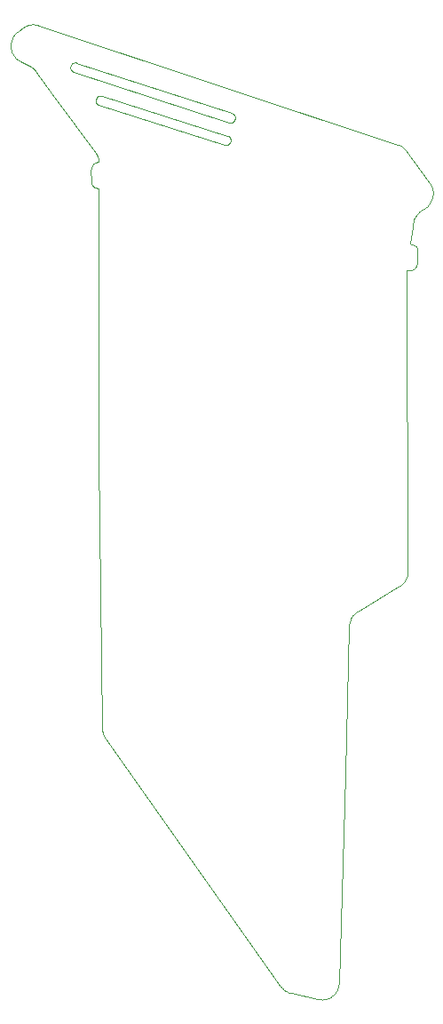
<source format=gm1>
G04 #@! TF.GenerationSoftware,KiCad,Pcbnew,7.0.2*
G04 #@! TF.CreationDate,2023-07-07T17:49:51-07:00*
G04 #@! TF.ProjectId,dc31-badge-sao,64633331-2d62-4616-9467-652d73616f2e,rev?*
G04 #@! TF.SameCoordinates,Original*
G04 #@! TF.FileFunction,Profile,NP*
%FSLAX46Y46*%
G04 Gerber Fmt 4.6, Leading zero omitted, Abs format (unit mm)*
G04 Created by KiCad (PCBNEW 7.0.2) date 2023-07-07 17:49:51*
%MOMM*%
%LPD*%
G01*
G04 APERTURE LIST*
G04 #@! TA.AperFunction,Profile*
%ADD10C,0.010000*%
G04 #@! TD*
G04 APERTURE END LIST*
D10*
X95010777Y-53053510D02*
X95107216Y-53061969D01*
X95203693Y-53076300D01*
X95300109Y-53096408D01*
X95396369Y-53122200D01*
X95492377Y-53153576D01*
X129750130Y-64492773D01*
X129807462Y-64514306D01*
X129863821Y-64538007D01*
X129919155Y-64563826D01*
X129973414Y-64591711D01*
X130026547Y-64621609D01*
X130078502Y-64653469D01*
X130129228Y-64687239D01*
X130178674Y-64722866D01*
X130226788Y-64760301D01*
X130273520Y-64799487D01*
X130318818Y-64840377D01*
X130362631Y-64882918D01*
X130404907Y-64927055D01*
X130445597Y-64972739D01*
X130484648Y-65019919D01*
X130522008Y-65068540D01*
X132776118Y-68150279D01*
X132833808Y-68234230D01*
X132885402Y-68320567D01*
X132930980Y-68409031D01*
X132970623Y-68499362D01*
X133004408Y-68591303D01*
X133032416Y-68684592D01*
X133054725Y-68778972D01*
X133071416Y-68874184D01*
X133082566Y-68969968D01*
X133088256Y-69066065D01*
X133088565Y-69162217D01*
X133083571Y-69258164D01*
X133073354Y-69353648D01*
X133057993Y-69448410D01*
X133037569Y-69542188D01*
X133012159Y-69634727D01*
X132981843Y-69725766D01*
X132946700Y-69815045D01*
X132906810Y-69902308D01*
X132862252Y-69987292D01*
X132813105Y-70069742D01*
X132759447Y-70149396D01*
X132701360Y-70225997D01*
X132638921Y-70299283D01*
X132572210Y-70368998D01*
X132501307Y-70434883D01*
X132426291Y-70496677D01*
X132347240Y-70554122D01*
X132264233Y-70606959D01*
X132177352Y-70654927D01*
X132086673Y-70697771D01*
X131992278Y-70735229D01*
X131958422Y-70761033D01*
X131868582Y-70837702D01*
X131808166Y-70894764D01*
X131740349Y-70964123D01*
X131667333Y-71045641D01*
X131591316Y-71139177D01*
X131514495Y-71244594D01*
X131439071Y-71361751D01*
X131367243Y-71490509D01*
X131301208Y-71630728D01*
X131243166Y-71782269D01*
X131217830Y-71862243D01*
X131195317Y-71944994D01*
X131175902Y-72030506D01*
X131159858Y-72118762D01*
X131147463Y-72209743D01*
X131138990Y-72303433D01*
X130885785Y-73913515D01*
X130944593Y-73942902D01*
X131006219Y-73968697D01*
X131133958Y-74015034D01*
X131198091Y-74038340D01*
X131261075Y-74063578D01*
X131321919Y-74092131D01*
X131351230Y-74108082D01*
X131379634Y-74125379D01*
X131407007Y-74144196D01*
X131433226Y-74164704D01*
X131458167Y-74187077D01*
X131481705Y-74211487D01*
X131503718Y-74238107D01*
X131524080Y-74267109D01*
X131542668Y-74298667D01*
X131559359Y-74332952D01*
X131574027Y-74370137D01*
X131586550Y-74410396D01*
X131596804Y-74453900D01*
X131604663Y-74500823D01*
X131610005Y-74551337D01*
X131612705Y-74605615D01*
X131612640Y-74663829D01*
X131609686Y-74726152D01*
X131592976Y-75679702D01*
X131591298Y-75724958D01*
X131586419Y-75771762D01*
X131578499Y-75819689D01*
X131567695Y-75868313D01*
X131554168Y-75917208D01*
X131538076Y-75965948D01*
X131519580Y-76014108D01*
X131498839Y-76061262D01*
X131476012Y-76106982D01*
X131451259Y-76150846D01*
X131424739Y-76192426D01*
X131396612Y-76231296D01*
X131367037Y-76267031D01*
X131336174Y-76299206D01*
X131304181Y-76327393D01*
X131287811Y-76339859D01*
X131271219Y-76351168D01*
X131247627Y-76365993D01*
X131223915Y-76379782D01*
X131200115Y-76392569D01*
X131176259Y-76404386D01*
X131152378Y-76415267D01*
X131128501Y-76425245D01*
X131104660Y-76434352D01*
X131080886Y-76442623D01*
X131057210Y-76450091D01*
X131033664Y-76456788D01*
X131010277Y-76462748D01*
X130987081Y-76468004D01*
X130941386Y-76476536D01*
X130896826Y-76482651D01*
X130853649Y-76486615D01*
X130812103Y-76488691D01*
X130772436Y-76489147D01*
X130734895Y-76488247D01*
X130699728Y-76486256D01*
X130667183Y-76483442D01*
X130637507Y-76480068D01*
X130610949Y-76476402D01*
X130698199Y-105150740D01*
X130695370Y-105258793D01*
X130685494Y-105365539D01*
X130668742Y-105470690D01*
X130645289Y-105573957D01*
X130615305Y-105675057D01*
X130578962Y-105773697D01*
X130536432Y-105869591D01*
X130487888Y-105962454D01*
X130433501Y-106051995D01*
X130373443Y-106137930D01*
X130307887Y-106219968D01*
X130237003Y-106297824D01*
X130160964Y-106371210D01*
X130079943Y-106439836D01*
X129994110Y-106503418D01*
X129903638Y-106561667D01*
X125911002Y-108951358D01*
X125823058Y-109007482D01*
X125739488Y-109068634D01*
X125660448Y-109134554D01*
X125586088Y-109204981D01*
X125516563Y-109279653D01*
X125452025Y-109358311D01*
X125392629Y-109440691D01*
X125338527Y-109526537D01*
X125289873Y-109615584D01*
X125246819Y-109707574D01*
X125209520Y-109802243D01*
X125178128Y-109899332D01*
X125152796Y-109998581D01*
X125133678Y-110099727D01*
X125120927Y-110202511D01*
X125114697Y-110306671D01*
X124700780Y-124489922D01*
X124120746Y-144346888D01*
X124115267Y-144442100D01*
X124104530Y-144535552D01*
X124088698Y-144627117D01*
X124067931Y-144716670D01*
X124042387Y-144804085D01*
X124012229Y-144889237D01*
X123977616Y-144971998D01*
X123938707Y-145052244D01*
X123895664Y-145129849D01*
X123848647Y-145204687D01*
X123797815Y-145276632D01*
X123743330Y-145345559D01*
X123685352Y-145411341D01*
X123624039Y-145473854D01*
X123559553Y-145532970D01*
X123492054Y-145588565D01*
X123421703Y-145640512D01*
X123348658Y-145688687D01*
X123273082Y-145732961D01*
X123195133Y-145773212D01*
X123114972Y-145809312D01*
X123032760Y-145841136D01*
X122948655Y-145868558D01*
X122862820Y-145891452D01*
X122775414Y-145909692D01*
X122686597Y-145923153D01*
X122596529Y-145931708D01*
X122505371Y-145935233D01*
X122413283Y-145933601D01*
X122320425Y-145926686D01*
X122226957Y-145914363D01*
X122133040Y-145896505D01*
X119558671Y-145328099D01*
X119484811Y-145310082D01*
X119412202Y-145288711D01*
X119340931Y-145264053D01*
X119271088Y-145236178D01*
X119202762Y-145205153D01*
X119136043Y-145171049D01*
X119071021Y-145133931D01*
X119007782Y-145093872D01*
X118946418Y-145050937D01*
X118887018Y-145005197D01*
X118829670Y-144956719D01*
X118774465Y-144905572D01*
X118721491Y-144851826D01*
X118670837Y-144795547D01*
X118622593Y-144736806D01*
X118576849Y-144675670D01*
X101857022Y-121050737D01*
X101821708Y-120999832D01*
X101788498Y-120947664D01*
X101757413Y-120894310D01*
X101728468Y-120839846D01*
X101701683Y-120784348D01*
X101677074Y-120727893D01*
X101654661Y-120670557D01*
X101634462Y-120612417D01*
X101616494Y-120553548D01*
X101600775Y-120494029D01*
X101587324Y-120433934D01*
X101576158Y-120373340D01*
X101567297Y-120312324D01*
X101560757Y-120250961D01*
X101556557Y-120189330D01*
X101554715Y-120127505D01*
X101214343Y-94140083D01*
X101233705Y-91468554D01*
X101229356Y-68703911D01*
X101170434Y-68681791D01*
X101109745Y-68662075D01*
X100986186Y-68624957D01*
X100924876Y-68605105D01*
X100864919Y-68582756D01*
X100807095Y-68556687D01*
X100779227Y-68541875D01*
X100752185Y-68525673D01*
X100726066Y-68507929D01*
X100700968Y-68488489D01*
X100676988Y-68467200D01*
X100654225Y-68443910D01*
X100632775Y-68418464D01*
X100612735Y-68390710D01*
X100594204Y-68360495D01*
X100577279Y-68327666D01*
X100562058Y-68292069D01*
X100548638Y-68253552D01*
X100537116Y-68211962D01*
X100527589Y-68167143D01*
X100520157Y-68118946D01*
X100514915Y-68067216D01*
X100511962Y-68011799D01*
X100511395Y-67952544D01*
X100475329Y-66998651D01*
X100474559Y-66953414D01*
X100476868Y-66906435D01*
X100482122Y-66858152D01*
X100490187Y-66808994D01*
X100500926Y-66759395D01*
X100514206Y-66709789D01*
X100529891Y-66660610D01*
X100547849Y-66612288D01*
X100567942Y-66565261D01*
X100590036Y-66519957D01*
X100613997Y-66476812D01*
X100639690Y-66436259D01*
X100666980Y-66398731D01*
X100695732Y-66364661D01*
X100725811Y-66334482D01*
X100741307Y-66320986D01*
X100757084Y-66308626D01*
X100786923Y-66287601D01*
X100816997Y-66268423D01*
X100847233Y-66251009D01*
X100877565Y-66235274D01*
X100907923Y-66221136D01*
X100938240Y-66208511D01*
X100968447Y-66197312D01*
X100998476Y-66187459D01*
X101028257Y-66178865D01*
X101057721Y-66171448D01*
X101086802Y-66165124D01*
X101115429Y-66159808D01*
X101143536Y-66155416D01*
X101171052Y-66151865D01*
X101197910Y-66149071D01*
X101224041Y-66146951D01*
X101220349Y-66091810D01*
X101215309Y-66036792D01*
X101208767Y-65981963D01*
X101200565Y-65927389D01*
X101190544Y-65873132D01*
X101178552Y-65819259D01*
X101171766Y-65792486D01*
X101164427Y-65765834D01*
X101156517Y-65739310D01*
X101148016Y-65712922D01*
X101135515Y-65674934D01*
X101122373Y-65638196D01*
X101108670Y-65602708D01*
X101094480Y-65568471D01*
X101079883Y-65535485D01*
X101064955Y-65503750D01*
X101049772Y-65473268D01*
X101034415Y-65444037D01*
X101018958Y-65416061D01*
X101003481Y-65389338D01*
X100972769Y-65339654D01*
X100942900Y-65294989D01*
X100914490Y-65255348D01*
X96976637Y-59921823D01*
X95187840Y-57480725D01*
X95158358Y-57441087D01*
X95127739Y-57402523D01*
X95096008Y-57365037D01*
X95063189Y-57328637D01*
X95029309Y-57293333D01*
X94994390Y-57259129D01*
X94958457Y-57226035D01*
X94921537Y-57194056D01*
X94883653Y-57163202D01*
X94844828Y-57133478D01*
X94805090Y-57104893D01*
X94764462Y-57077453D01*
X94722969Y-57051167D01*
X94680634Y-57026042D01*
X94637486Y-57002085D01*
X94593544Y-56979302D01*
X93729223Y-56550732D01*
X93656501Y-56512323D01*
X93586355Y-56470716D01*
X93518849Y-56426034D01*
X93454043Y-56378405D01*
X93391999Y-56327952D01*
X93332780Y-56274802D01*
X93276445Y-56219078D01*
X93223057Y-56160909D01*
X93172676Y-56100417D01*
X93125364Y-56037730D01*
X93081184Y-55972970D01*
X93040195Y-55906264D01*
X93002460Y-55837737D01*
X92968040Y-55767515D01*
X92936996Y-55695723D01*
X92909392Y-55622485D01*
X92885285Y-55547928D01*
X92864739Y-55472177D01*
X92847816Y-55395356D01*
X92834577Y-55317591D01*
X92825083Y-55239008D01*
X92819395Y-55159732D01*
X92817576Y-55079887D01*
X92819685Y-54999599D01*
X92825785Y-54918994D01*
X92835938Y-54838196D01*
X92850205Y-54757332D01*
X92868647Y-54676526D01*
X92891326Y-54595903D01*
X92918301Y-54515590D01*
X92949637Y-54435709D01*
X92985395Y-54356389D01*
X93030876Y-54266579D01*
X93054435Y-54223351D01*
X93078903Y-54181041D01*
X93104554Y-54139496D01*
X93131660Y-54098568D01*
X93160496Y-54058105D01*
X93191334Y-54017955D01*
X93224446Y-53977969D01*
X93260107Y-53937996D01*
X93298590Y-53897884D01*
X93340167Y-53857482D01*
X93385112Y-53816641D01*
X93433697Y-53775209D01*
X93486197Y-53733036D01*
X93542883Y-53689969D01*
X93979875Y-53375361D01*
X94024574Y-53343269D01*
X94069559Y-53312920D01*
X94114819Y-53284301D01*
X94160340Y-53257402D01*
X94206110Y-53232209D01*
X94252120Y-53208711D01*
X94298354Y-53186896D01*
X94344801Y-53166752D01*
X94391452Y-53148267D01*
X94438291Y-53131430D01*
X94485308Y-53116227D01*
X94532491Y-53102647D01*
X94579827Y-53090679D01*
X94627305Y-53080310D01*
X94674912Y-53071530D01*
X94722637Y-53064324D01*
X94770467Y-53058682D01*
X94818390Y-53054592D01*
X94866395Y-53052041D01*
X94914469Y-53051019D01*
X95010777Y-53053510D01*
X99005044Y-56680679D02*
X99027201Y-56682616D01*
X99049398Y-56685664D01*
X99071600Y-56689841D01*
X99093770Y-56695163D01*
X99115874Y-56701646D01*
X113922451Y-61513448D01*
X113944186Y-61521032D01*
X113965262Y-61529620D01*
X113985663Y-61539175D01*
X114005372Y-61549663D01*
X114024372Y-61561047D01*
X114042646Y-61573292D01*
X114060177Y-61586363D01*
X114076950Y-61600221D01*
X114092946Y-61614835D01*
X114108149Y-61630167D01*
X114122543Y-61646180D01*
X114136110Y-61662841D01*
X114148835Y-61680113D01*
X114160699Y-61697960D01*
X114171687Y-61716347D01*
X114181780Y-61735237D01*
X114190964Y-61754597D01*
X114199221Y-61774388D01*
X114206534Y-61794577D01*
X114212887Y-61815127D01*
X114218261Y-61836003D01*
X114222642Y-61857169D01*
X114226012Y-61878588D01*
X114228354Y-61900228D01*
X114229652Y-61922049D01*
X114229890Y-61944018D01*
X114229047Y-61966098D01*
X114227111Y-61988254D01*
X114224064Y-62010450D01*
X114219888Y-62032651D01*
X114214566Y-62054821D01*
X114208083Y-62076923D01*
X114195187Y-62112735D01*
X114187594Y-62134476D01*
X114178984Y-62155569D01*
X114169392Y-62175996D01*
X114158856Y-62195740D01*
X114147414Y-62214783D01*
X114135101Y-62233107D01*
X114121957Y-62250693D01*
X114108017Y-62267525D01*
X114093319Y-62283584D01*
X114077900Y-62298852D01*
X114061798Y-62313310D01*
X114045050Y-62326943D01*
X114027693Y-62339730D01*
X114009764Y-62351654D01*
X113991300Y-62362699D01*
X113972340Y-62372845D01*
X113952919Y-62382075D01*
X113933075Y-62390370D01*
X113912846Y-62397713D01*
X113892268Y-62404086D01*
X113871379Y-62409470D01*
X113850216Y-62413848D01*
X113828816Y-62417203D01*
X113807217Y-62419515D01*
X113785456Y-62420768D01*
X113763569Y-62420943D01*
X113741595Y-62420023D01*
X113719570Y-62417988D01*
X113697532Y-62414822D01*
X113675517Y-62410508D01*
X113653564Y-62405024D01*
X113631709Y-62398356D01*
X98825125Y-57586560D01*
X98803389Y-57578977D01*
X98782313Y-57570389D01*
X98761912Y-57560834D01*
X98742203Y-57550346D01*
X98723204Y-57538962D01*
X98704930Y-57526717D01*
X98687398Y-57513647D01*
X98670626Y-57499787D01*
X98654629Y-57485174D01*
X98639427Y-57469842D01*
X98625033Y-57453828D01*
X98611466Y-57437167D01*
X98598741Y-57419895D01*
X98586877Y-57402049D01*
X98575889Y-57383661D01*
X98565795Y-57364771D01*
X98556611Y-57345412D01*
X98548354Y-57325620D01*
X98541042Y-57305431D01*
X98534689Y-57284881D01*
X98529313Y-57264005D01*
X98524933Y-57242839D01*
X98521562Y-57221418D01*
X98519220Y-57199780D01*
X98517922Y-57177958D01*
X98517685Y-57155989D01*
X98518526Y-57133909D01*
X98520462Y-57111753D01*
X98523509Y-57089556D01*
X98527685Y-57067354D01*
X98533006Y-57045185D01*
X98539489Y-57023081D01*
X98552389Y-56987274D01*
X98559974Y-56965539D01*
X98568562Y-56944462D01*
X98578118Y-56924062D01*
X98588606Y-56904353D01*
X98599990Y-56885354D01*
X98612235Y-56867080D01*
X98625305Y-56849547D01*
X98639166Y-56832775D01*
X98653779Y-56816779D01*
X98669111Y-56801576D01*
X98685124Y-56787182D01*
X98701784Y-56773614D01*
X98719056Y-56760890D01*
X98736904Y-56749025D01*
X98755291Y-56738038D01*
X98774181Y-56727944D01*
X98793541Y-56718760D01*
X98813332Y-56710503D01*
X98833521Y-56703191D01*
X98854071Y-56696838D01*
X98874947Y-56691464D01*
X98896113Y-56687083D01*
X98917533Y-56683714D01*
X98939172Y-56681371D01*
X98960994Y-56680073D01*
X98982963Y-56679837D01*
X99005044Y-56680679D01*
X101418404Y-59841567D02*
X101440560Y-59843505D01*
X101462758Y-59846552D01*
X101484959Y-59850729D01*
X101507131Y-59856051D01*
X101529234Y-59862535D01*
X113491372Y-63640379D01*
X113513106Y-63647964D01*
X113534183Y-63656551D01*
X113554584Y-63666107D01*
X113574293Y-63676594D01*
X113593292Y-63687979D01*
X113611566Y-63700224D01*
X113629099Y-63713294D01*
X113645870Y-63727154D01*
X113661867Y-63741767D01*
X113677070Y-63757099D01*
X113691463Y-63773112D01*
X113705030Y-63789773D01*
X113717755Y-63807045D01*
X113729619Y-63824892D01*
X113740606Y-63843279D01*
X113750700Y-63862170D01*
X113759884Y-63881529D01*
X113768140Y-63901321D01*
X113775454Y-63921510D01*
X113781805Y-63942061D01*
X113787180Y-63962936D01*
X113791560Y-63984103D01*
X113794930Y-64005522D01*
X113797272Y-64027162D01*
X113798570Y-64048983D01*
X113798805Y-64070952D01*
X113797963Y-64093033D01*
X113796027Y-64115190D01*
X113792979Y-64137386D01*
X113788802Y-64159588D01*
X113783480Y-64181757D01*
X113776996Y-64203861D01*
X113764096Y-64239669D01*
X113756329Y-64261153D01*
X113747581Y-64282012D01*
X113737889Y-64302225D01*
X113727284Y-64321775D01*
X113715803Y-64340642D01*
X113703480Y-64358810D01*
X113690349Y-64376258D01*
X113676446Y-64392970D01*
X113661804Y-64408926D01*
X113646458Y-64424109D01*
X113630443Y-64438500D01*
X113613792Y-64452080D01*
X113596541Y-64464832D01*
X113578724Y-64476737D01*
X113560376Y-64487777D01*
X113541532Y-64497932D01*
X113522224Y-64507187D01*
X113502489Y-64515520D01*
X113482362Y-64522916D01*
X113461875Y-64529354D01*
X113441063Y-64534817D01*
X113419963Y-64539287D01*
X113398607Y-64542744D01*
X113377030Y-64545171D01*
X113355268Y-64546549D01*
X113333354Y-64546860D01*
X113311324Y-64546086D01*
X113289210Y-64544209D01*
X113267048Y-64541209D01*
X113244874Y-64537068D01*
X113222720Y-64531770D01*
X113200622Y-64525294D01*
X101238484Y-60747449D01*
X101216749Y-60739865D01*
X101195673Y-60731277D01*
X101175271Y-60721722D01*
X101155563Y-60711234D01*
X101136563Y-60699850D01*
X101118290Y-60687605D01*
X101100758Y-60674535D01*
X101083985Y-60660675D01*
X101067989Y-60646062D01*
X101052786Y-60630731D01*
X101038392Y-60614717D01*
X101024825Y-60598056D01*
X101012100Y-60580784D01*
X101000237Y-60562937D01*
X100989249Y-60544551D01*
X100979155Y-60525659D01*
X100969970Y-60506300D01*
X100961714Y-60486508D01*
X100954401Y-60466319D01*
X100948048Y-60445769D01*
X100942673Y-60424893D01*
X100938292Y-60403727D01*
X100934922Y-60382307D01*
X100932579Y-60360669D01*
X100931281Y-60338846D01*
X100931044Y-60316877D01*
X100931885Y-60294797D01*
X100933822Y-60272640D01*
X100936869Y-60250444D01*
X100941045Y-60228243D01*
X100946366Y-60206073D01*
X100952848Y-60183970D01*
X100965749Y-60148162D01*
X100973334Y-60126427D01*
X100981922Y-60105351D01*
X100991477Y-60084951D01*
X101001965Y-60065241D01*
X101013350Y-60046242D01*
X101025596Y-60027967D01*
X101038665Y-60010436D01*
X101052525Y-59993664D01*
X101067139Y-59977668D01*
X101082470Y-59962464D01*
X101098484Y-59948070D01*
X101115145Y-59934503D01*
X101132416Y-59921779D01*
X101150263Y-59909914D01*
X101168650Y-59898927D01*
X101187541Y-59888832D01*
X101206900Y-59879649D01*
X101226691Y-59871392D01*
X101246881Y-59864079D01*
X101267431Y-59857727D01*
X101288307Y-59852352D01*
X101309473Y-59847971D01*
X101330893Y-59844601D01*
X101352532Y-59842260D01*
X101374354Y-59840962D01*
X101396323Y-59840726D01*
X101418404Y-59841567D01*
M02*

</source>
